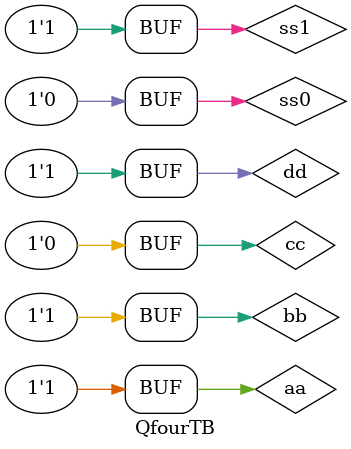
<source format=sv>
`timescale 1ns/1ns
module QfourTB();
reg aa,bb,cc,dd,ss1,ss0;
wire ww;
QuesFourMUX UUT1(.a(aa),.b(bb),.c(cc),.d(dd),.s1(ss1),.s0(ss0),.w(ww));
initial begin
#100 ss1=0; ss0=0; aa=1; bb=0; cc=0; dd=0;
#100 ss1=0; ss0=1; aa=0; bb=1; cc=0; dd=0;
#100 ss1=1; ss0=1; aa=0; bb=0; cc=0; dd=1;
#100 ss1=1; ss0=0; aa=0; bb=0; cc=1; dd=0;

#100 ss1=0; ss0=0; aa=0; bb=1; cc=1; dd=1;
#100 ss1=0; ss0=1; aa=1; bb=0; cc=1; dd=1;
#100 ss1=1; ss0=1; aa=1; bb=1; cc=1; dd=0;
#100 ss1=1; ss0=0; aa=1; bb=1; cc=0; dd=1;

end
endmodule

</source>
